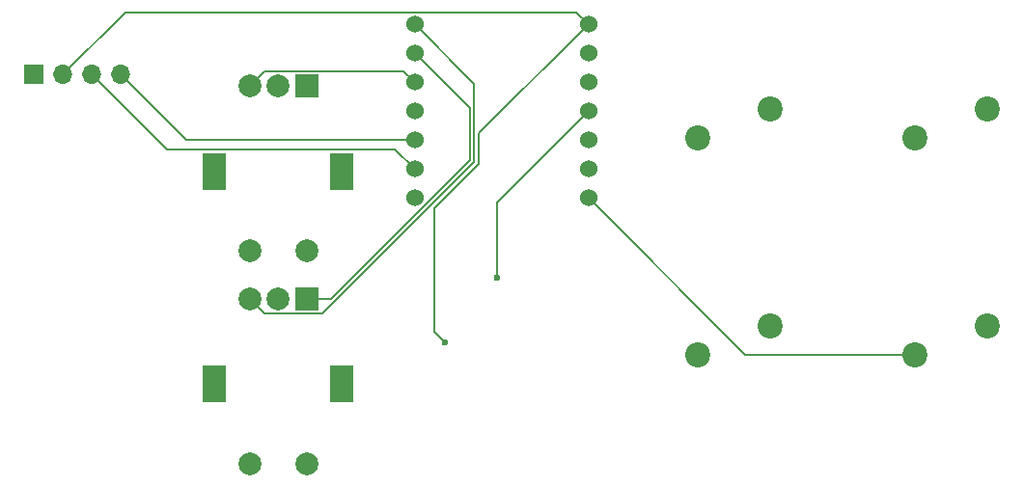
<source format=gbr>
%TF.GenerationSoftware,KiCad,Pcbnew,8.0.6*%
%TF.CreationDate,2025-05-30T09:43:58-05:00*%
%TF.ProjectId,HackPad,4861636b-5061-4642-9e6b-696361645f70,rev?*%
%TF.SameCoordinates,Original*%
%TF.FileFunction,Copper,L2,Bot*%
%TF.FilePolarity,Positive*%
%FSLAX46Y46*%
G04 Gerber Fmt 4.6, Leading zero omitted, Abs format (unit mm)*
G04 Created by KiCad (PCBNEW 8.0.6) date 2025-05-30 09:43:58*
%MOMM*%
%LPD*%
G01*
G04 APERTURE LIST*
%TA.AperFunction,ComponentPad*%
%ADD10C,2.200000*%
%TD*%
%TA.AperFunction,ComponentPad*%
%ADD11R,2.000000X2.000000*%
%TD*%
%TA.AperFunction,ComponentPad*%
%ADD12C,2.000000*%
%TD*%
%TA.AperFunction,ComponentPad*%
%ADD13R,2.000000X3.200000*%
%TD*%
%TA.AperFunction,ComponentPad*%
%ADD14C,1.524000*%
%TD*%
%TA.AperFunction,ComponentPad*%
%ADD15R,1.700000X1.700000*%
%TD*%
%TA.AperFunction,ComponentPad*%
%ADD16O,1.700000X1.700000*%
%TD*%
%TA.AperFunction,ViaPad*%
%ADD17C,0.600000*%
%TD*%
%TA.AperFunction,Conductor*%
%ADD18C,0.200000*%
%TD*%
G04 APERTURE END LIST*
D10*
%TO.P,SW3,1,1*%
%TO.N,GND*%
X173990000Y-99410625D03*
%TO.P,SW3,2,2*%
%TO.N,Net-(U1-GPIO2{slash}SCK)*%
X167640000Y-101950625D03*
%TD*%
%TO.P,SW4,1,1*%
%TO.N,GND*%
X154940000Y-99410625D03*
%TO.P,SW4,2,2*%
%TO.N,Net-(U1-GPIO4{slash}MISO)*%
X148590000Y-101950625D03*
%TD*%
D11*
%TO.P,SW6,A,A*%
%TO.N,Switch B2*%
X114300000Y-97418750D03*
D12*
%TO.P,SW6,B,B*%
%TO.N,Switch B1*%
X109300000Y-97418750D03*
%TO.P,SW6,C,C*%
%TO.N,GND*%
X111800000Y-97418750D03*
D13*
%TO.P,SW6,MP*%
%TO.N,N/C*%
X117400000Y-104918750D03*
X106200000Y-104918750D03*
D12*
%TO.P,SW6,S1,S1*%
%TO.N,GND*%
X109300000Y-111918750D03*
%TO.P,SW6,S2,S2*%
X114300000Y-111918750D03*
%TD*%
D14*
%TO.P,U1,1,GPIO26/ADC0/A0*%
%TO.N,Switch A1*%
X123760000Y-92000000D03*
%TO.P,U1,2,GPIO27/ADC1/A1*%
%TO.N,Switch A2*%
X123760000Y-94540000D03*
%TO.P,U1,3,GPIO28/ADC2/A2*%
%TO.N,Switch B1*%
X123760000Y-97080000D03*
%TO.P,U1,4,GPIO29/ADC3/A3*%
%TO.N,Switch B2*%
X123760000Y-99620000D03*
%TO.P,U1,5,GPIO6/SDA*%
%TO.N,SDA*%
X123760000Y-102160000D03*
%TO.P,U1,6,GPIO7/SCL*%
%TO.N,SCL*%
X123760000Y-104700000D03*
%TO.P,U1,7,GPIO0/TX*%
%TO.N,Net-(U1-GPIO0{slash}TX)*%
X123760000Y-107240000D03*
%TO.P,U1,8,GPIO1/RX*%
%TO.N,Net-(U1-GPIO1{slash}RX)*%
X139000000Y-107240000D03*
%TO.P,U1,9,GPIO2/SCK*%
%TO.N,Net-(U1-GPIO2{slash}SCK)*%
X139000000Y-104700000D03*
%TO.P,U1,10,GPIO4/MISO*%
%TO.N,Net-(U1-GPIO4{slash}MISO)*%
X139000000Y-102160000D03*
%TO.P,U1,11,GPIO3/MOSI*%
%TO.N,Net-(D1-DIN)*%
X139000000Y-99620000D03*
%TO.P,U1,12,3V3*%
%TO.N,unconnected-(U1-3V3-Pad12)*%
X139000000Y-97080000D03*
%TO.P,U1,13,GND*%
%TO.N,GND*%
X139000000Y-94540000D03*
%TO.P,U1,14,VBUS*%
%TO.N,+5V*%
X139000000Y-92000000D03*
%TD*%
D11*
%TO.P,SW7,A,A*%
%TO.N,Switch A2*%
X114300000Y-116112500D03*
D12*
%TO.P,SW7,B,B*%
%TO.N,Switch A1*%
X109300000Y-116112500D03*
%TO.P,SW7,C,C*%
%TO.N,GND*%
X111800000Y-116112500D03*
D13*
%TO.P,SW7,MP*%
%TO.N,N/C*%
X117400000Y-123612500D03*
X106200000Y-123612500D03*
D12*
%TO.P,SW7,S1,S1*%
%TO.N,GND*%
X109300000Y-130612500D03*
%TO.P,SW7,S2,S2*%
X114300000Y-130612500D03*
%TD*%
D15*
%TO.P,J1,1,Pin_1*%
%TO.N,GND*%
X90380000Y-96400625D03*
D16*
%TO.P,J1,2,Pin_2*%
%TO.N,+5V*%
X92920000Y-96400625D03*
%TO.P,J1,3,Pin_3*%
%TO.N,SCL*%
X95460000Y-96400625D03*
%TO.P,J1,4,Pin_4*%
%TO.N,SDA*%
X98000000Y-96400625D03*
%TD*%
D10*
%TO.P,SW1,1,1*%
%TO.N,GND*%
X154940000Y-118460625D03*
%TO.P,SW1,2,2*%
%TO.N,Net-(U1-GPIO0{slash}TX)*%
X148590000Y-121000625D03*
%TD*%
%TO.P,SW2,1,1*%
%TO.N,GND*%
X173990000Y-118460625D03*
%TO.P,SW2,2,2*%
%TO.N,Net-(U1-GPIO1{slash}RX)*%
X167640000Y-121000625D03*
%TD*%
D17*
%TO.N,+5V*%
X126400000Y-119900000D03*
%TO.N,Net-(D1-DIN)*%
X130968750Y-114300000D03*
%TD*%
D18*
%TO.N,+5V*%
X125500000Y-108133267D02*
X125500000Y-119000000D01*
X129400000Y-101600000D02*
X129400000Y-104233267D01*
X125500000Y-119000000D02*
X126400000Y-119900000D01*
X139000000Y-92000000D02*
X129400000Y-101600000D01*
X129400000Y-104233267D02*
X125500000Y-108133267D01*
X92920000Y-96400625D02*
X98382625Y-90938000D01*
X137938000Y-90938000D02*
X139000000Y-92000000D01*
X98382625Y-90938000D02*
X137938000Y-90938000D01*
%TO.N,Net-(D1-DIN)*%
X130968750Y-107651250D02*
X139000000Y-99620000D01*
X130968750Y-114300000D02*
X130968750Y-107651250D01*
%TO.N,Net-(U1-GPIO1{slash}RX)*%
X152760625Y-121000625D02*
X139000000Y-107240000D01*
X167640000Y-121000625D02*
X152760625Y-121000625D01*
%TO.N,SDA*%
X103759375Y-102160000D02*
X98000000Y-96400625D01*
X123760000Y-102160000D02*
X103759375Y-102160000D01*
%TO.N,SCL*%
X102059375Y-103000000D02*
X95460000Y-96400625D01*
X123760000Y-104700000D02*
X122060000Y-103000000D01*
X122060000Y-103000000D02*
X102059375Y-103000000D01*
%TO.N,Switch B1*%
X110600000Y-96118750D02*
X122798750Y-96118750D01*
X109300000Y-97418750D02*
X110600000Y-96118750D01*
X122798750Y-96118750D02*
X123760000Y-97080000D01*
%TO.N,Switch A2*%
X116389395Y-116112500D02*
X128600000Y-103901895D01*
X128600000Y-99380000D02*
X123760000Y-94540000D01*
X128600000Y-103901895D02*
X128600000Y-99380000D01*
X114300000Y-116112500D02*
X116389395Y-116112500D01*
%TO.N,Switch A1*%
X115655081Y-117412500D02*
X129000000Y-104067581D01*
X129000000Y-104067581D02*
X129000000Y-97240000D01*
X109300000Y-116112500D02*
X110600000Y-117412500D01*
X129000000Y-97240000D02*
X123760000Y-92000000D01*
X110600000Y-117412500D02*
X115655081Y-117412500D01*
%TD*%
M02*

</source>
